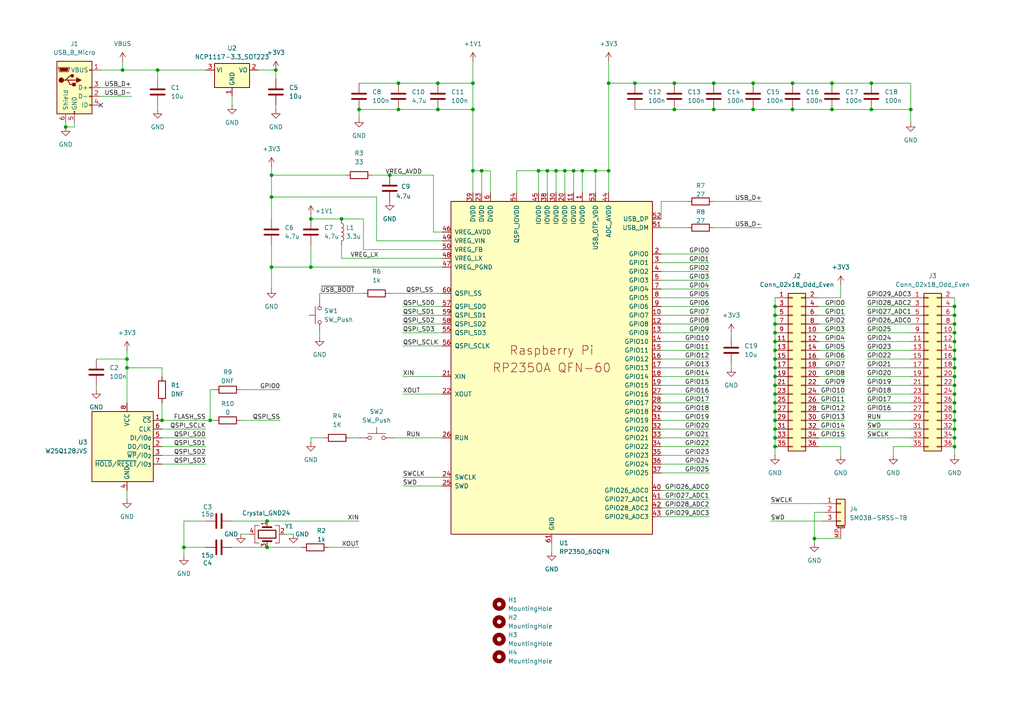
<source format=kicad_sch>
(kicad_sch (version 20250114) (generator "eeschema") (generator_version "9.0")
  (paper "A4")
  (lib_symbols
    (symbol "Connector:USB_B_Micro" (pin_names (offset 1.016))
      (property "Reference" "J" (at -5.08 11.43 0))
      (property "Value" "USB_B_Micro" (at -5.08 8.89 0))
      (symbol "USB_B_Micro_1_1"
        (pin passive line (at -2.54 -10.16 90) (length 2.54) (name "Shield") (number "6"))
        (pin power_out line (at 0 -10.16 90) (length 2.54) (name "GND") (number "5"))
        (pin power_out line (at 7.62 5.08 180) (length 2.54) (name "VBUS") (number "1"))
        (pin bidirectional line (at 7.62 0 180) (length 2.54) (name "D+") (number "3"))
        (pin bidirectional line (at 7.62 -2.54 180) (length 2.54) (name "D-") (number "2"))
        (pin passive line (at 7.62 -5.08 180) (length 2.54) (name "ID") (number "4"))
      )
    )
    (symbol "Connector_Generic:Conn_02x18_Odd_Even" (pin_names (offset 1.016) (hide yes))
      (property "Reference" "J" (at 1.27 22.86 0))
      (property "Value" "Conn_02x18_Odd_Even" (at 1.27 -25.4 0))
      (symbol "Conn_02x18_Odd_Even_1_1"
        (pin passive line (at -5.08 20.32 0) (length 3.81) (name "Pin_1") (number "1"))
        (pin passive line (at -5.08 17.78 0) (length 3.81) (name "Pin_3") (number "3"))
        (pin passive line (at -5.08 15.24 0) (length 3.81) (name "Pin_5") (number "5"))
        (pin passive line (at -5.08 12.7 0) (length 3.81) (name "Pin_7") (number "7"))
        (pin passive line (at -5.08 10.16 0) (length 3.81) (name "Pin_9") (number "9"))
        (pin passive line (at -5.08 7.62 0) (length 3.81) (name "Pin_11") (number "11"))
        (pin passive line (at -5.08 5.08 0) (length 3.81) (name "Pin_13") (number "13"))
        (pin passive line (at -5.08 2.54 0) (length 3.81) (name "Pin_15") (number "15"))
        (pin passive line (at -5.08 0 0) (length 3.81) (name "Pin_17") (number "17"))
        (pin passive line (at -5.08 -2.54 0) (length 3.81) (name "Pin_19") (number "19"))
        (pin passive line (at -5.08 -5.08 0) (length 3.81) (name "Pin_21") (number "21"))
        (pin passive line (at -5.08 -7.62 0) (length 3.81) (name "Pin_23") (number "23"))
        (pin passive line (at -5.08 -10.16 0) (length 3.81) (name "Pin_25") (number "25"))
        (pin passive line (at -5.08 -12.7 0) (length 3.81) (name "Pin_27") (number "27"))
        (pin passive line (at -5.08 -15.24 0) (length 3.81) (name "Pin_29") (number "29"))
        (pin passive line (at -5.08 -17.78 0) (length 3.81) (name "Pin_31") (number "31"))
        (pin passive line (at -5.08 -20.32 0) (length 3.81) (name "Pin_33") (number "33"))
        (pin passive line (at -5.08 -22.86 0) (length 3.81) (name "Pin_35") (number "35"))
        (pin passive line (at 7.62 20.32 180) (length 3.81) (name "Pin_2") (number "2"))
        (pin passive line (at 7.62 17.78 180) (length 3.81) (name "Pin_4") (number "4"))
        (pin passive line (at 7.62 15.24 180) (length 3.81) (name "Pin_6") (number "6"))
        (pin passive line (at 7.62 12.7 180) (length 3.81) (name "Pin_8") (number "8"))
        (pin passive line (at 7.62 10.16 180) (length 3.81) (name "Pin_10") (number "10"))
        (pin passive line (at 7.62 7.62 180) (length 3.81) (name "Pin_12") (number "12"))
        (pin passive line (at 7.62 5.08 180) (length 3.81) (name "Pin_14") (number "14"))
        (pin passive line (at 7.62 2.54 180) (length 3.81) (name "Pin_16") (number "16"))
        (pin passive line (at 7.62 0 180) (length 3.81) (name "Pin_18") (number "18"))
        (pin passive line (at 7.62 -2.54 180) (length 3.81) (name "Pin_20") (number "20"))
        (pin passive line (at 7.62 -5.08 180) (length 3.81) (name "Pin_22") (number "22"))
        (pin passive line (at 7.62 -7.62 180) (length 3.81) (name "Pin_24") (number "24"))
        (pin passive line (at 7.62 -10.16 180) (length 3.81) (name "Pin_26") (number "26"))
        (pin passive line (at 7.62 -12.7 180) (length 3.81) (name "Pin_28") (number "28"))
        (pin passive line (at 7.62 -15.24 180) (length 3.81) (name "Pin_30") (number "30"))
        (pin passive line (at 7.62 -17.78 180) (length 3.81) (name "Pin_32") (number "32"))
        (pin passive line (at 7.62 -20.32 180) (length 3.81) (name "Pin_34") (number "34"))
        (pin passive line (at 7.62 -22.86 180) (length 3.81) (name "Pin_36") (number "36"))
      )
    )
    (symbol "Device:C" (pin_numbers (hide yes)) (pin_names (offset 0.254))
      (property "Reference" "C" (at 0.635 2.54 0))
      (property "Value" "C" (at 0.635 -2.54 0))
      (symbol "C_1_1"
        (pin passive line (at 0 3.81 270) (length 2.794) (name "~") (number "1"))
        (pin passive line (at 0 -3.81 90) (length 2.794) (name "~") (number "2"))
      )
    )
    (symbol "Device:Crystal_GND24" (pin_names (offset 1.016) (hide yes))
      (property "Reference" "Y" (at 3.175 5.08 0))
      (property "Value" "Crystal_GND24" (at 3.175 3.175 0))
      (symbol "Crystal_GND24_1_1"
        (pin passive line (at -3.81 0 0) (length 1.27) (name "1") (number "1"))
        (pin passive line (at 0 5.08 270) (length 1.27) (name "2") (number "2"))
        (pin passive line (at 0 -5.08 90) (length 1.27) (name "4") (number "4"))
        (pin passive line (at 3.81 0 180) (length 1.27) (name "3") (number "3"))
      )
    )
    (symbol "Device:L" (pin_numbers (hide yes)) (pin_names (offset 1.016) (hide yes))
      (property "Reference" "L" (at -1.27 0 90))
      (property "Value" "L" (at 1.905 0 90))
      (symbol "L_1_1"
        (pin passive line (at 0 3.81 270) (length 1.27) (name "1") (number "1"))
        (pin passive line (at 0 -3.81 90) (length 1.27) (name "2") (number "2"))
      )
    )
    (symbol "Device:R" (pin_numbers (hide yes)) (pin_names (offset 0))
      (property "Reference" "R" (at 2.032 0 90))
      (property "Value" "R" (at 0 0 90))
      (symbol "R_1_1"
        (pin passive line (at 0 3.81 270) (length 1.27) (name "~") (number "1"))
        (pin passive line (at 0 -3.81 90) (length 1.27) (name "~") (number "2"))
      )
    )
    (symbol "JST Debug Connector:Conn_01x03_MountingPin" (pin_names (offset 1.016) (hide yes))
      (property "Reference" "J4" (at 2.54 1.27 0))
      (property "Value" "SM03B-SRSS-TB" (at 2.54 -1.27 0))
      (symbol "Conn_01x03_MountingPin_1_1"
        (text "Mounting" (at 0 -4.191 0) (effects (font (size 0.381 0.381))))
        (pin passive line (at -5.08 2.54 0) (length 3.81) (name "Pin_1") (number "1"))
        (pin passive line (at -5.08 0 0) (length 3.81) (name "Pin_2") (number "2"))
        (pin passive line (at -5.08 -2.54 0) (length 3.81) (name "Pin_3") (number "3"))
        (pin passive line (at 0 -7.62 90) (length 3.048) (name "MountPin") (number "MP"))
      )
    )
    (symbol "Mechanical:MountingHole" (pin_names (offset 1.016)) (in_bom no)
      (property "Reference" "H" (at 0 5.08 0))
      (property "Value" "MountingHole" (at 0 3.175 0))
    )
    (symbol "Memory_Flash:W25Q128JVS"
      (property "Reference" "U" (at -6.35 11.43 0))
      (property "Value" "W25Q128JVS" (at 7.62 11.43 0))
      (symbol "W25Q128JVS_1_1"
        (pin input line (at -10.16 7.62 0) (length 2.54) (name "~{CS}") (number "1"))
        (pin input line (at -10.16 5.08 0) (length 2.54) (name "CLK") (number "6"))
        (pin bidirectional line (at -10.16 2.54 0) (length 2.54) (name "DI/IO_{0}") (number "5"))
        (pin bidirectional line (at -10.16 0 0) (length 2.54) (name "DO/IO_{1}") (number "2"))
        (pin bidirectional line (at -10.16 -2.54 0) (length 2.54) (name "~{WP}/IO_{2}") (number "3"))
        (pin bidirectional line (at -10.16 -5.08 0) (length 2.54) (name "~{HOLD}/~{RESET}/IO_{3}") (number "7"))
        (pin power_in line (at 0 12.7 270) (length 2.54) (name "VCC") (number "8"))
        (pin power_in line (at 0 -12.7 90) (length 2.54) (name "GND") (number "4"))
      )
    )
    (symbol "RP2350_60QFN_minimal-cache:RP2350_60QFN" (pin_names (offset 1.016))
      (property "Reference" "U" (at -29.21 49.53 0))
      (property "Value" "RP2350_60QFN" (at 24.13 -49.53 0))
      (symbol "RP2350_60QFN_0_0"
        (text "Raspberry Pi" (at 0 5.08 0) (effects (font (size 2.54 2.54))))
      )
      (symbol "RP2350_60QFN_1_0"
        (text "RP2350A QFN-60" (at 0 0 0) (effects (font (size 2.54 2.54))))
      )
      (symbol "RP2350_60QFN_1_1"
        (pin power_in line (at -31.75 39.37 0) (length 2.54) (name "VREG_AVDD") (number "46"))
        (pin power_in line (at -31.75 36.83 0) (length 2.54) (name "VREG_VIN") (number "49"))
        (pin input line (at -31.75 34.29 0) (length 2.54) (name "VREG_FB") (number "50"))
        (pin power_out line (at -31.75 31.75 0) (length 2.54) (name "VREG_LX") (number "48"))
        (pin power_in line (at -31.75 29.21 0) (length 2.54) (name "VREG_PGND") (number "47"))
        (pin bidirectional line (at -31.75 21.59 0) (length 2.54) (name "QSPI_SS") (number "60"))
        (pin bidirectional line (at -31.75 17.78 0) (length 2.54) (name "QSPI_SD0") (number "57"))
        (pin bidirectional line (at -31.75 15.24 0) (length 2.54) (name "QSPI_SD1") (number "59"))
        (pin bidirectional line (at -31.75 12.7 0) (length 2.54) (name "QSPI_SD2") (number "58"))
        (pin bidirectional line (at -31.75 10.16 0) (length 2.54) (name "QSPI_SD3") (number "55"))
        (pin output line (at -31.75 6.35 0) (length 2.54) (name "QSPI_SCLK") (number "56"))
        (pin input line (at -31.75 -2.54 0) (length 2.54) (name "XIN") (number "21"))
        (pin passive line (at -31.75 -7.62 0) (length 2.54) (name "XOUT") (number "22"))
        (pin input line (at -31.75 -20.32 0) (length 2.54) (name "RUN") (number "26"))
        (pin output line (at -31.75 -31.75 0) (length 2.54) (name "SWCLK") (number "24"))
        (pin bidirectional line (at -31.75 -34.29 0) (length 2.54) (name "SWD") (number "25"))
        (pin power_in line (at -22.86 50.8 270) (length 2.54) (name "DVDD") (number "39"))
        (pin power_in line (at -20.32 50.8 270) (length 2.54) (name "DVDD") (number "23"))
        (pin power_in line (at -17.78 50.8 270) (length 2.54) (name "DVDD") (number "6"))
        (pin power_in line (at -10.16 50.8 270) (length 2.54) (name "QSPI_IOVDD") (number "54"))
        (pin power_in line (at -3.81 50.8 270) (length 2.54) (name "IOVDD") (number "45"))
        (pin power_in line (at -1.27 50.8 270) (length 2.54) (name "IOVDD") (number "38"))
        (pin power_in line (at 0 -50.8 90) (length 2.54) (name "GND") (number "61"))
        (pin power_in line (at 1.27 50.8 270) (length 2.54) (name "IOVDD") (number "30"))
        (pin power_in line (at 3.81 50.8 270) (length 2.54) (name "IOVDD") (number "20"))
        (pin power_in line (at 6.35 50.8 270) (length 2.54) (name "IOVDD") (number "11"))
        (pin power_in line (at 8.89 50.8 270) (length 2.54) (name "IOVDD") (number "1"))
        (pin power_in line (at 12.7 50.8 270) (length 2.54) (name "USB_OTP_VDD") (number "53"))
        (pin power_in line (at 16.51 50.8 270) (length 2.54) (name "ADC_AVDD") (number "44"))
        (pin bidirectional line (at 31.75 43.18 180) (length 2.54) (name "USB_DP") (number "52"))
        (pin bidirectional line (at 31.75 40.64 180) (length 2.54) (name "USB_DM") (number "51"))
        (pin bidirectional line (at 31.75 33.02 180) (length 2.54) (name "GPIO0") (number "2"))
        (pin bidirectional line (at 31.75 30.48 180) (length 2.54) (name "GPIO1") (number "3"))
        (pin bidirectional line (at 31.75 27.94 180) (length 2.54) (name "GPIO2") (number "4"))
        (pin bidirectional line (at 31.75 25.4 180) (length 2.54) (name "GPIO3") (number "5"))
        (pin bidirectional line (at 31.75 22.86 180) (length 2.54) (name "GPIO4") (number "7"))
        (pin bidirectional line (at 31.75 20.32 180) (length 2.54) (name "GPIO5") (number "8"))
        (pin bidirectional line (at 31.75 17.78 180) (length 2.54) (name "GPIO6") (number "9"))
        (pin bidirectional line (at 31.75 15.24 180) (length 2.54) (name "GPIO7") (number "10"))
        (pin bidirectional line (at 31.75 12.7 180) (length 2.54) (name "GPIO8") (number "12"))
        (pin bidirectional line (at 31.75 10.16 180) (length 2.54) (name "GPIO9") (number "13"))
        (pin bidirectional line (at 31.75 7.62 180) (length 2.54) (name "GPIO10") (number "14"))
        (pin bidirectional line (at 31.75 5.08 180) (length 2.54) (name "GPIO11") (number "15"))
        (pin bidirectional line (at 31.75 2.54 180) (length 2.54) (name "GPIO12") (number "16"))
        (pin bidirectional line (at 31.75 0 180) (length 2.54) (name "GPIO13") (number "17"))
        (pin bidirectional line (at 31.75 -2.54 180) (length 2.54) (name "GPIO14") (number "18"))
        (pin bidirectional line (at 31.75 -5.08 180) (length 2.54) (name "GPIO15") (number "19"))
        (pin bidirectional line (at 31.75 -7.62 180) (length 2.54) (name "GPIO16") (number "27"))
        (pin bidirectional line (at 31.75 -10.16 180) (length 2.54) (name "GPIO17") (number "28"))
        (pin bidirectional line (at 31.75 -12.7 180) (length 2.54) (name "GPIO18") (number "29"))
        (pin bidirectional line (at 31.75 -15.24 180) (length 2.54) (name "GPIO19") (number "31"))
        (pin bidirectional line (at 31.75 -17.78 180) (length 2.54) (name "GPIO20") (number "32"))
        (pin bidirectional line (at 31.75 -20.32 180) (length 2.54) (name "GPIO21") (number "33"))
        (pin bidirectional line (at 31.75 -22.86 180) (length 2.54) (name "GPIO22") (number "34"))
        (pin bidirectional line (at 31.75 -25.4 180) (length 2.54) (name "GPIO23") (number "35"))
        (pin bidirectional line (at 31.75 -27.94 180) (length 2.54) (name "GPIO24") (number "36"))
        (pin bidirectional line (at 31.75 -30.48 180) (length 2.54) (name "GPIO25") (number "37"))
        (pin bidirectional line (at 31.75 -35.56 180) (length 2.54) (name "GPIO26_ADC0") (number "40"))
        (pin bidirectional line (at 31.75 -38.1 180) (length 2.54) (name "GPIO27_ADC1") (number "41"))
        (pin bidirectional line (at 31.75 -40.64 180) (length 2.54) (name "GPIO28_ADC2") (number "42"))
        (pin bidirectional line (at 31.75 -43.18 180) (length 2.54) (name "GPIO29_ADC3") (number "43"))
      )
    )
    (symbol "Regulator_Linear:NCP1117-3.3_SOT223"
      (property "Reference" "U" (at -3.81 3.175 0))
      (property "Value" "NCP1117-3.3_SOT223" (at 0 3.175 0))
      (symbol "NCP1117-3.3_SOT223_1_1"
        (pin power_in line (at -7.62 0 0) (length 2.54) (name "VI") (number "3"))
        (pin power_in line (at 0 -7.62 90) (length 2.54) (name "GND") (number "1"))
        (pin power_out line (at 7.62 0 180) (length 2.54) (name "VO") (number "2"))
      )
    )
    (symbol "Switch:SW_Push" (pin_numbers (hide yes)) (pin_names (offset 1.016) (hide yes))
      (property "Reference" "SW" (at 1.27 2.54 0))
      (property "Value" "SW_Push" (at 0 -1.524 0))
      (symbol "SW_Push_0_1"
        (pin passive line (at -5.08 0 0) (length 2.54) (name "1") (number "1"))
        (pin passive line (at 5.08 0 180) (length 2.54) (name "2") (number "2"))
      )
    )
    (symbol "power:+1V1" (power) (pin_numbers (hide yes)) (pin_names (offset 0) (hide yes))
      (property "Value" "+1V1" (at 0 3.556 0))
      (symbol "+1V1_1_1"
        (pin power_in line (at 0 0 90) (length 0) (name "~") (number "1"))
      )
    )
    (symbol "power:+3V3" (power) (pin_numbers (hide yes)) (pin_names (offset 0) (hide yes))
      (property "Value" "+3V3" (at 0 3.556 0))
      (symbol "+3V3_1_1"
        (pin power_in line (at 0 0 90) (length 0) (name "~") (number "1"))
      )
    )
    (symbol "power:GND" (power) (pin_numbers (hide yes)) (pin_names (offset 0) (hide yes))
      (property "Value" "GND" (at 0 -3.81 0))
      (symbol "GND_1_1"
        (pin power_in line (at 0 0 270) (length 0) (name "~") (number "1"))
      )
    )
    (symbol "power:VBUS" (power) (pin_numbers (hide yes)) (pin_names (offset 0) (hide yes))
      (property "Value" "VBUS" (at 0 3.556 0))
      (symbol "VBUS_1_1"
        (pin power_in line (at 0 0 90) (length 0) (name "~") (number "1"))
      )
    )
  )
  (junction (at 195.58 24.13))
  (junction (at 46.99 121.92))
  (junction (at 104.14 31.75))
  (junction (at 276.86 127))
  (junction (at 158.75 49.53))
  (junction (at 224.79 91.44))
  (junction (at 166.37 49.53))
  (junction (at 195.58 31.75))
  (junction (at 224.79 111.76))
  (junction (at 176.53 49.53))
  (junction (at 236.22 156.21))
  (junction (at 184.15 24.13))
  (junction (at 168.91 49.53))
  (junction (at 137.16 24.13))
  (junction (at 115.57 31.75))
  (junction (at 45.72 20.32))
  (junction (at 276.86 119.38))
  (junction (at 276.86 96.52))
  (junction (at 207.01 24.13))
  (junction (at 156.21 49.53))
  (junction (at 276.86 111.76))
  (junction (at 115.57 24.13))
  (junction (at 207.01 31.75))
  (junction (at 218.44 24.13))
  (junction (at 276.86 109.22))
  (junction (at 276.86 114.3))
  (junction (at 224.79 104.14))
  (junction (at 276.86 121.92))
  (junction (at 77.47 158.75))
  (junction (at 276.86 116.84))
  (junction (at 218.44 31.75))
  (junction (at 229.87 31.75))
  (junction (at 276.86 104.14))
  (junction (at 264.16 31.75))
  (junction (at 113.03 50.8))
  (junction (at 224.79 124.46))
  (junction (at 127 24.13))
  (junction (at 224.79 114.3))
  (junction (at 276.86 93.98))
  (junction (at 78.74 50.8))
  (junction (at 241.3 24.13))
  (junction (at 77.47 151.13))
  (junction (at 224.79 101.6))
  (junction (at 224.79 129.54))
  (junction (at 252.73 24.13))
  (junction (at 224.79 96.52))
  (junction (at 224.79 127))
  (junction (at 252.73 31.75))
  (junction (at 224.79 88.9))
  (junction (at 276.86 129.54))
  (junction (at 276.86 124.46))
  (junction (at 276.86 91.44))
  (junction (at 90.17 63.5))
  (junction (at 229.87 24.13))
  (junction (at 99.06 63.5))
  (junction (at 224.79 106.68))
  (junction (at 36.83 106.68))
  (junction (at 137.16 49.53))
  (junction (at 80.01 20.32))
  (junction (at 36.83 104.14))
  (junction (at 163.83 49.53))
  (junction (at 276.86 101.6))
  (junction (at 224.79 121.92))
  (junction (at 176.53 24.13))
  (junction (at 137.16 31.75))
  (junction (at 90.17 77.47))
  (junction (at 78.74 77.47))
  (junction (at 60.96 121.92))
  (junction (at 276.86 88.9))
  (junction (at 276.86 106.68))
  (junction (at 78.74 57.15))
  (junction (at 224.79 119.38))
  (junction (at 35.56 20.32))
  (junction (at 224.79 109.22))
  (junction (at 19.05 36.83))
  (junction (at 224.79 99.06))
  (junction (at 276.86 99.06))
  (junction (at 172.72 49.53))
  (junction (at 139.7 49.53))
  (junction (at 241.3 31.75))
  (junction (at 127 31.75))
  (junction (at 224.79 116.84))
  (junction (at 53.34 158.75))
  (junction (at 161.29 49.53))
  (junction (at 224.79 93.98))
  (no_connect (at 29.21 30.48))
  (wire (pts (xy 237.49 124.46) (xy 245.11 124.46)))
  (wire (pts (xy 207.01 66.04) (xy 220.98 66.04)))
  (wire (pts (xy 191.77 88.9) (xy 205.74 88.9)))
  (wire (pts (xy 212.09 96.52) (xy 212.09 97.79)))
  (wire (pts (xy 251.46 124.46) (xy 264.16 124.46)))
  (wire (pts (xy 195.58 31.75) (xy 207.01 31.75)))
  (wire (pts (xy 251.46 88.9) (xy 264.16 88.9)))
  (wire (pts (xy 191.77 106.68) (xy 205.74 106.68)))
  (wire (pts (xy 69.85 113.03) (xy 81.28 113.03)))
  (wire (pts (xy 237.49 121.92) (xy 245.11 121.92)))
  (wire (pts (xy 251.46 109.22) (xy 264.16 109.22)))
  (wire (pts (xy 224.79 114.3) (xy 224.79 111.76)))
  (wire (pts (xy 137.16 49.53) (xy 137.16 55.88)))
  (wire (pts (xy 195.58 24.13) (xy 207.01 24.13)))
  (wire (pts (xy 276.86 129.54) (xy 276.86 132.08)))
  (wire (pts (xy 191.77 78.74) (xy 205.74 78.74)))
  (wire (pts (xy 67.31 27.94) (xy 67.31 30.48)))
  (wire (pts (xy 161.29 49.53) (xy 163.83 49.53)))
  (wire (pts (xy 60.96 113.03) (xy 62.23 113.03)))
  (wire (pts (xy 276.86 124.46) (xy 276.86 127)))
  (wire (pts (xy 90.17 63.5) (xy 99.06 63.5)))
  (wire (pts (xy 172.72 49.53) (xy 172.72 55.88)))
  (wire (pts (xy 114.3 127) (xy 128.27 127)))
  (wire (pts (xy 78.74 83.82) (xy 78.74 77.47)))
  (wire (pts (xy 67.31 158.75) (xy 77.47 158.75)))
  (wire (pts (xy 252.73 24.13) (xy 264.16 24.13)))
  (wire (pts (xy 241.3 31.75) (xy 252.73 31.75)))
  (wire (pts (xy 46.99 121.92) (xy 60.96 121.92)))
  (wire (pts (xy 90.17 77.47) (xy 128.27 77.47)))
  (wire (pts (xy 224.79 124.46) (xy 224.79 121.92)))
  (wire (pts (xy 251.46 114.3) (xy 264.16 114.3)))
  (wire (pts (xy 224.79 86.36) (xy 224.79 88.9)))
  (wire (pts (xy 264.16 24.13) (xy 264.16 31.75)))
  (wire (pts (xy 237.49 129.54) (xy 243.84 129.54)))
  (wire (pts (xy 78.74 77.47) (xy 90.17 77.47)))
  (wire (pts (xy 116.84 96.52) (xy 128.27 96.52)))
  (wire (pts (xy 80.01 20.32) (xy 80.01 22.86)))
  (wire (pts (xy 168.91 49.53) (xy 172.72 49.53)))
  (wire (pts (xy 207.01 58.42) (xy 220.98 58.42)))
  (wire (pts (xy 251.46 106.68) (xy 264.16 106.68)))
  (wire (pts (xy 237.49 109.22) (xy 245.11 109.22)))
  (wire (pts (xy 46.99 116.84) (xy 46.99 121.92)))
  (wire (pts (xy 276.86 88.9) (xy 276.86 91.44)))
  (wire (pts (xy 116.84 140.97) (xy 128.27 140.97)))
  (wire (pts (xy 78.74 71.12) (xy 78.74 77.47)))
  (wire (pts (xy 113.03 85.09) (xy 128.27 85.09)))
  (wire (pts (xy 251.46 101.6) (xy 264.16 101.6)))
  (wire (pts (xy 176.53 49.53) (xy 176.53 55.88)))
  (wire (pts (xy 191.77 58.42) (xy 199.39 58.42)))
  (wire (pts (xy 224.79 116.84) (xy 224.79 114.3)))
  (wire (pts (xy 116.84 91.44) (xy 128.27 91.44)))
  (wire (pts (xy 29.21 20.32) (xy 35.56 20.32)))
  (wire (pts (xy 237.49 104.14) (xy 245.11 104.14)))
  (wire (pts (xy 264.16 31.75) (xy 264.16 35.56)))
  (wire (pts (xy 207.01 31.75) (xy 218.44 31.75)))
  (wire (pts (xy 45.72 30.48) (xy 45.72 31.75)))
  (wire (pts (xy 115.57 31.75) (xy 127 31.75)))
  (wire (pts (xy 191.77 119.38) (xy 205.74 119.38)))
  (wire (pts (xy 237.49 93.98) (xy 245.11 93.98)))
  (wire (pts (xy 191.77 66.04) (xy 199.39 66.04)))
  (wire (pts (xy 229.87 24.13) (xy 241.3 24.13)))
  (wire (pts (xy 21.59 35.56) (xy 21.59 36.83)))
  (wire (pts (xy 191.77 96.52) (xy 205.74 96.52)))
  (wire (pts (xy 276.86 116.84) (xy 276.86 119.38)))
  (wire (pts (xy 251.46 93.98) (xy 264.16 93.98)))
  (wire (pts (xy 60.96 121.92) (xy 62.23 121.92)))
  (wire (pts (xy 139.7 55.88) (xy 139.7 49.53)))
  (wire (pts (xy 80.01 30.48) (xy 80.01 31.75)))
  (wire (pts (xy 36.83 142.24) (xy 36.83 144.78)))
  (wire (pts (xy 184.15 24.13) (xy 195.58 24.13)))
  (wire (pts (xy 27.94 111.76) (xy 27.94 113.03)))
  (wire (pts (xy 19.05 35.56) (xy 19.05 36.83)))
  (wire (pts (xy 90.17 127) (xy 90.17 128.27)))
  (wire (pts (xy 46.99 132.08) (xy 59.69 132.08)))
  (wire (pts (xy 156.21 49.53) (xy 156.21 55.88)))
  (wire (pts (xy 191.77 83.82) (xy 205.74 83.82)))
  (wire (pts (xy 237.49 86.36) (xy 243.84 86.36)))
  (wire (pts (xy 251.46 121.92) (xy 264.16 121.92)))
  (wire (pts (xy 109.22 69.85) (xy 109.22 57.15)))
  (wire (pts (xy 224.79 99.06) (xy 224.79 96.52)))
  (wire (pts (xy 237.49 116.84) (xy 245.11 116.84)))
  (wire (pts (xy 163.83 49.53) (xy 166.37 49.53)))
  (wire (pts (xy 243.84 86.36) (xy 243.84 82.55)))
  (wire (pts (xy 128.27 72.39) (xy 105.41 72.39)))
  (wire (pts (xy 243.84 129.54) (xy 243.84 132.08)))
  (wire (pts (xy 224.79 109.22) (xy 224.79 106.68)))
  (wire (pts (xy 128.27 74.93) (xy 99.06 74.93)))
  (wire (pts (xy 191.77 147.32) (xy 205.74 147.32)))
  (wire (pts (xy 90.17 71.12) (xy 90.17 77.47)))
  (wire (pts (xy 45.72 20.32) (xy 45.72 22.86)))
  (wire (pts (xy 191.77 99.06) (xy 205.74 99.06)))
  (wire (pts (xy 60.96 113.03) (xy 60.96 121.92)))
  (wire (pts (xy 259.08 129.54) (xy 259.08 132.08)))
  (wire (pts (xy 212.09 105.41) (xy 212.09 106.68)))
  (wire (pts (xy 236.22 148.59) (xy 236.22 156.21)))
  (wire (pts (xy 78.74 57.15) (xy 109.22 57.15)))
  (wire (pts (xy 137.16 31.75) (xy 137.16 49.53)))
  (wire (pts (xy 69.85 154.94) (xy 72.39 154.94)))
  (wire (pts (xy 82.55 154.94) (xy 85.09 154.94)))
  (wire (pts (xy 276.86 99.06) (xy 276.86 101.6)))
  (wire (pts (xy 166.37 49.53) (xy 166.37 55.88)))
  (wire (pts (xy 191.77 137.16) (xy 205.74 137.16)))
  (wire (pts (xy 156.21 49.53) (xy 158.75 49.53)))
  (wire (pts (xy 107.95 50.8) (xy 113.03 50.8)))
  (wire (pts (xy 236.22 156.21) (xy 236.22 157.48)))
  (wire (pts (xy 46.99 127) (xy 59.69 127)))
  (wire (pts (xy 191.77 73.66) (xy 205.74 73.66)))
  (wire (pts (xy 78.74 50.8) (xy 100.33 50.8)))
  (wire (pts (xy 237.49 96.52) (xy 245.11 96.52)))
  (wire (pts (xy 191.77 104.14) (xy 205.74 104.14)))
  (wire (pts (xy 184.15 31.75) (xy 195.58 31.75)))
  (wire (pts (xy 101.6 127) (xy 104.14 127)))
  (wire (pts (xy 191.77 114.3) (xy 205.74 114.3)))
  (wire (pts (xy 168.91 49.53) (xy 168.91 55.88)))
  (wire (pts (xy 116.84 138.43) (xy 128.27 138.43)))
  (wire (pts (xy 45.72 20.32) (xy 59.69 20.32)))
  (wire (pts (xy 237.49 101.6) (xy 245.11 101.6)))
  (wire (pts (xy 224.79 121.92) (xy 224.79 119.38)))
  (wire (pts (xy 128.27 67.31) (xy 125.73 67.31)))
  (wire (pts (xy 127 24.13) (xy 137.16 24.13)))
  (wire (pts (xy 29.21 27.94) (xy 38.1 27.94)))
  (wire (pts (xy 224.79 111.76) (xy 224.79 109.22)))
  (wire (pts (xy 237.49 114.3) (xy 245.11 114.3)))
  (wire (pts (xy 191.77 127) (xy 205.74 127)))
  (wire (pts (xy 224.79 104.14) (xy 224.79 101.6)))
  (wire (pts (xy 104.14 31.75) (xy 115.57 31.75)))
  (wire (pts (xy 191.77 76.2) (xy 205.74 76.2)))
  (wire (pts (xy 191.77 111.76) (xy 205.74 111.76)))
  (wire (pts (xy 237.49 106.68) (xy 245.11 106.68)))
  (wire (pts (xy 116.84 114.3) (xy 128.27 114.3)))
  (wire (pts (xy 237.49 91.44) (xy 245.11 91.44)))
  (wire (pts (xy 223.52 146.05) (xy 238.76 146.05)))
  (wire (pts (xy 142.24 55.88) (xy 142.24 49.53)))
  (wire (pts (xy 104.14 24.13) (xy 115.57 24.13)))
  (wire (pts (xy 59.69 151.13) (xy 53.34 151.13)))
  (wire (pts (xy 137.16 24.13) (xy 137.16 31.75)))
  (wire (pts (xy 78.74 50.8) (xy 78.74 57.15)))
  (wire (pts (xy 224.79 127) (xy 224.79 124.46)))
  (wire (pts (xy 251.46 99.06) (xy 264.16 99.06)))
  (wire (pts (xy 252.73 31.75) (xy 264.16 31.75)))
  (wire (pts (xy 276.86 96.52) (xy 276.86 99.06)))
  (wire (pts (xy 166.37 49.53) (xy 168.91 49.53)))
  (wire (pts (xy 191.77 144.78) (xy 205.74 144.78)))
  (wire (pts (xy 224.79 132.08) (xy 224.79 129.54)))
  (wire (pts (xy 264.16 129.54) (xy 259.08 129.54)))
  (wire (pts (xy 218.44 24.13) (xy 229.87 24.13)))
  (wire (pts (xy 251.46 96.52) (xy 264.16 96.52)))
  (wire (pts (xy 176.53 24.13) (xy 184.15 24.13)))
  (wire (pts (xy 191.77 93.98) (xy 205.74 93.98)))
  (wire (pts (xy 224.79 96.52) (xy 224.79 93.98)))
  (wire (pts (xy 191.77 149.86) (xy 205.74 149.86)))
  (wire (pts (xy 276.86 119.38) (xy 276.86 121.92)))
  (wire (pts (xy 237.49 88.9) (xy 245.11 88.9)))
  (wire (pts (xy 176.53 17.78) (xy 176.53 24.13)))
  (wire (pts (xy 218.44 31.75) (xy 229.87 31.75)))
  (wire (pts (xy 251.46 91.44) (xy 264.16 91.44)))
  (wire (pts (xy 276.86 106.68) (xy 276.86 109.22)))
  (wire (pts (xy 176.53 24.13) (xy 176.53 49.53)))
  (wire (pts (xy 224.79 93.98) (xy 224.79 91.44)))
  (wire (pts (xy 78.74 57.15) (xy 78.74 63.5)))
  (wire (pts (xy 163.83 49.53) (xy 163.83 55.88)))
  (wire (pts (xy 46.99 134.62) (xy 59.69 134.62)))
  (wire (pts (xy 191.77 129.54) (xy 205.74 129.54)))
  (wire (pts (xy 29.21 25.4) (xy 38.1 25.4)))
  (wire (pts (xy 223.52 151.13) (xy 238.76 151.13)))
  (wire (pts (xy 229.87 31.75) (xy 241.3 31.75)))
  (wire (pts (xy 276.86 109.22) (xy 276.86 111.76)))
  (wire (pts (xy 224.79 106.68) (xy 224.79 104.14)))
  (wire (pts (xy 158.75 49.53) (xy 161.29 49.53)))
  (wire (pts (xy 105.41 72.39) (xy 105.41 63.5)))
  (wire (pts (xy 142.24 49.53) (xy 139.7 49.53)))
  (wire (pts (xy 251.46 111.76) (xy 264.16 111.76)))
  (wire (pts (xy 191.77 109.22) (xy 205.74 109.22)))
  (wire (pts (xy 160.02 157.48) (xy 160.02 160.02)))
  (wire (pts (xy 46.99 106.68) (xy 46.99 109.22)))
  (wire (pts (xy 191.77 116.84) (xy 205.74 116.84)))
  (wire (pts (xy 67.31 151.13) (xy 77.47 151.13)))
  (wire (pts (xy 237.49 127) (xy 245.11 127)))
  (wire (pts (xy 191.77 91.44) (xy 205.74 91.44)))
  (wire (pts (xy 191.77 134.62) (xy 205.74 134.62)))
  (wire (pts (xy 149.86 49.53) (xy 156.21 49.53)))
  (wire (pts (xy 276.86 93.98) (xy 276.86 96.52)))
  (wire (pts (xy 191.77 132.08) (xy 205.74 132.08)))
  (wire (pts (xy 149.86 55.88) (xy 149.86 49.53)))
  (wire (pts (xy 238.76 148.59) (xy 236.22 148.59)))
  (wire (pts (xy 93.98 127) (xy 90.17 127)))
  (wire (pts (xy 36.83 106.68) (xy 36.83 104.14)))
  (wire (pts (xy 276.86 101.6) (xy 276.86 104.14)))
  (wire (pts (xy 251.46 116.84) (xy 264.16 116.84)))
  (wire (pts (xy 207.01 24.13) (xy 218.44 24.13)))
  (wire (pts (xy 27.94 104.14) (xy 36.83 104.14)))
  (wire (pts (xy 237.49 119.38) (xy 245.11 119.38)))
  (wire (pts (xy 161.29 49.53) (xy 161.29 55.88)))
  (wire (pts (xy 116.84 109.22) (xy 128.27 109.22)))
  (wire (pts (xy 158.75 49.53) (xy 158.75 55.88)))
  (wire (pts (xy 36.83 106.68) (xy 36.83 116.84)))
  (wire (pts (xy 276.86 114.3) (xy 276.86 116.84)))
  (wire (pts (xy 276.86 127) (xy 276.86 129.54)))
  (wire (pts (xy 21.59 36.83) (xy 19.05 36.83)))
  (wire (pts (xy 224.79 119.38) (xy 224.79 116.84)))
  (wire (pts (xy 36.83 101.6) (xy 36.83 104.14)))
  (wire (pts (xy 276.86 91.44) (xy 276.86 93.98)))
  (wire (pts (xy 243.84 156.21) (xy 236.22 156.21)))
  (wire (pts (xy 191.77 63.5) (xy 191.77 58.42)))
  (wire (pts (xy 191.77 86.36) (xy 205.74 86.36)))
  (wire (pts (xy 53.34 158.75) (xy 53.34 161.29)))
  (wire (pts (xy 128.27 69.85) (xy 109.22 69.85)))
  (wire (pts (xy 191.77 124.46) (xy 205.74 124.46)))
  (wire (pts (xy 224.79 91.44) (xy 224.79 88.9)))
  (wire (pts (xy 78.74 48.26) (xy 78.74 50.8)))
  (wire (pts (xy 95.25 158.75) (xy 104.14 158.75)))
  (wire (pts (xy 127 31.75) (xy 137.16 31.75)))
  (wire (pts (xy 36.83 106.68) (xy 46.99 106.68)))
  (wire (pts (xy 125.73 50.8) (xy 113.03 50.8)))
  (wire (pts (xy 115.57 24.13) (xy 127 24.13)))
  (wire (pts (xy 116.84 100.33) (xy 128.27 100.33)))
  (wire (pts (xy 237.49 111.76) (xy 245.11 111.76)))
  (wire (pts (xy 77.47 151.13) (xy 104.14 151.13)))
  (wire (pts (xy 191.77 81.28) (xy 205.74 81.28)))
  (wire (pts (xy 251.46 104.14) (xy 264.16 104.14)))
  (wire (pts (xy 191.77 142.24) (xy 205.74 142.24)))
  (wire (pts (xy 116.84 88.9) (xy 128.27 88.9)))
  (wire (pts (xy 92.71 85.09) (xy 105.41 85.09)))
  (wire (pts (xy 276.86 111.76) (xy 276.86 114.3)))
  (wire (pts (xy 104.14 31.75) (xy 104.14 34.29)))
  (wire (pts (xy 53.34 151.13) (xy 53.34 158.75)))
  (wire (pts (xy 105.41 63.5) (xy 99.06 63.5)))
  (wire (pts (xy 35.56 17.78) (xy 35.56 20.32)))
  (wire (pts (xy 251.46 86.36) (xy 264.16 86.36)))
  (wire (pts (xy 46.99 124.46) (xy 59.69 124.46)))
  (wire (pts (xy 251.46 127) (xy 264.16 127)))
  (wire (pts (xy 276.86 104.14) (xy 276.86 106.68)))
  (wire (pts (xy 92.71 96.52) (xy 92.71 97.79)))
  (wire (pts (xy 125.73 67.31) (xy 125.73 50.8)))
  (wire (pts (xy 224.79 101.6) (xy 224.79 99.06)))
  (wire (pts (xy 46.99 129.54) (xy 59.69 129.54)))
  (wire (pts (xy 69.85 121.92) (xy 81.28 121.92)))
  (wire (pts (xy 92.71 86.36) (xy 92.71 85.09)))
  (wire (pts (xy 137.16 17.78) (xy 137.16 24.13)))
  (wire (pts (xy 99.06 74.93) (xy 99.06 71.12)))
  (wire (pts (xy 241.3 24.13) (xy 252.73 24.13)))
  (wire (pts (xy 251.46 119.38) (xy 264.16 119.38)))
  (wire (pts (xy 87.63 158.75) (xy 77.47 158.75)))
  (wire (pts (xy 237.49 99.06) (xy 245.11 99.06)))
  (wire (pts (xy 191.77 101.6) (xy 205.74 101.6)))
  (wire (pts (xy 191.77 121.92) (xy 205.74 121.92)))
  (wire (pts (xy 276.86 86.36) (xy 276.86 88.9)))
  (wire (pts (xy 90.17 62.23) (xy 90.17 63.5)))
  (wire (pts (xy 59.69 158.75) (xy 53.34 158.75)))
  (wire (pts (xy 74.93 20.32) (xy 80.01 20.32)))
  (wire (pts (xy 172.72 49.53) (xy 176.53 49.53)))
  (wire (pts (xy 116.84 93.98) (xy 128.27 93.98)))
  (wire (pts (xy 276.86 121.92) (xy 276.86 124.46)))
  (wire (pts (xy 35.56 20.32) (xy 45.72 20.32)))
  (wire (pts (xy 139.7 49.53) (xy 137.16 49.53)))
  (wire (pts (xy 224.79 129.54) (xy 224.79 127)))
  (label "GPIO15" (at 205.74 111.76 180))
  (label "GPIO20" (at 205.74 124.46 180))
  (label "GPIO13" (at 245.11 121.92 180))
  (label "RUN" (at 251.46 121.92 0))
  (label "GPIO21" (at 251.46 106.68 0))
  (label "GPIO28_ADC2" (at 205.74 147.32 180))
  (label "USB_D-" (at 38.1 27.94 180))
  (label "GPIO8" (at 205.74 93.98 180))
  (label "QSPI_SD3" (at 116.84 96.52 0))
  (label "GPIO19" (at 251.46 111.76 0))
  (label "GPIO20" (at 251.46 109.22 0))
  (label "SWCLK" (at 223.52 146.05 0))
  (label "GPIO9" (at 205.74 96.52 180))
  (label "SWCLK" (at 116.84 138.43 0))
  (label "QSPI_SD1" (at 59.69 129.54 180))
  (label "XIN" (at 104.14 151.13 180))
  (label "QSPI_SD0" (at 59.69 127 180))
  (label "GPIO22" (at 251.46 104.14 0))
  (label "GPIO8" (at 245.11 109.22 180))
  (label "SWD" (at 251.46 124.46 0))
  (label "QSPI_SD3" (at 59.69 134.62 180))
  (label "GPIO24" (at 205.74 134.62 180))
  (label "GPIO7" (at 245.11 106.68 180))
  (label "RUN" (at 121.92 127 180))
  (label "XOUT" (at 116.84 114.3 0))
  (label "QSPI_SS" (at 81.28 121.92 180))
  (label "GPIO1" (at 205.74 76.2 180))
  (label "GPIO23" (at 251.46 101.6 0))
  (label "GPIO29_ADC3" (at 251.46 86.36 0))
  (label "SWD" (at 116.84 140.97 0))
  (label "GPIO14" (at 245.11 124.46 180))
  (label "GPIO12" (at 205.74 104.14 180))
  (label "GPIO2" (at 205.74 78.74 180))
  (label "GPIO12" (at 245.11 119.38 180))
  (label "XOUT" (at 104.14 158.75 180))
  (label "GPIO11" (at 205.74 101.6 180))
  (label "GPIO18" (at 251.46 114.3 0))
  (label "QSPI_SD2" (at 116.84 93.98 0))
  (label "GPIO16" (at 251.46 119.38 0))
  (label "GPIO6" (at 205.74 88.9 180))
  (label "USB_D+" (at 38.1 25.4 180))
  (label "~{USB_BOOT}" (at 102.87 85.09 180))
  (label "GPIO3" (at 245.11 96.52 180))
  (label "GPIO25" (at 251.46 96.52 0))
  (label "GPIO27_ADC1" (at 205.74 144.78 180))
  (label "GPIO1" (at 245.11 91.44 180))
  (label "GPIO21" (at 205.74 127 180))
  (label "GPIO10" (at 245.11 114.3 180))
  (label "GPIO27_ADC1" (at 251.46 91.44 0))
  (label "GPIO23" (at 205.74 132.08 180))
  (label "GPIO10" (at 205.74 99.06 180))
  (label "GPIO18" (at 205.74 119.38 180))
  (label "GPIO13" (at 205.74 106.68 180))
  (label "GPIO14" (at 205.74 109.22 180))
  (label "GPIO0" (at 81.28 113.03 180))
  (label "GPIO17" (at 251.46 116.84 0))
  (label "QSPI_SS" (at 125.73 85.09 180))
  (label "QSPI_SD0" (at 116.84 88.9 0))
  (label "GPIO5" (at 245.11 101.6 180))
  (label "GPIO4" (at 205.74 83.82 180))
  (label "SWCLK" (at 251.46 127 0))
  (label "GPIO4" (at 245.11 99.06 180))
  (label "SWD" (at 223.52 151.13 0))
  (label "GPIO9" (at 245.11 111.76 180))
  (label "GPIO19" (at 205.74 121.92 180))
  (label "GPIO24" (at 251.46 99.06 0))
  (label "GPIO26_ADC0" (at 205.74 142.24 180))
  (label "GPIO15" (at 245.11 127 180))
  (label "USB_D-" (at 220.98 66.04 180))
  (label "VREG_LX" (at 101.6 74.93 0))
  (label "GPIO7" (at 205.74 91.44 180))
  (label "VREG_AVDD" (at 111.76 50.8 0))
  (label "GPIO11" (at 245.11 116.84 180))
  (label "USB_D+" (at 220.98 58.42 180))
  (label "GPIO6" (at 245.11 104.14 180))
  (label "GPIO28_ADC2" (at 251.46 88.9 0))
  (label "GPIO17" (at 205.74 116.84 180))
  (label "GPIO0" (at 245.11 88.9 180))
  (label "GPIO22" (at 205.74 129.54 180))
  (label "GPIO3" (at 205.74 81.28 180))
  (label "GPIO29_ADC3" (at 205.74 149.86 180))
  (label "XIN" (at 116.84 109.22 0))
  (label "GPIO0" (at 205.74 73.66 180))
  (label "QSPI_SCLK" (at 116.84 100.33 0))
  (label "GPIO2" (at 245.11 93.98 180))
  (label "GPIO25" (at 205.74 137.16 180))
  (label "FLASH_SS" (at 59.69 121.92 180))
  (label "QSPI_SCLK" (at 59.69 124.46 180))
  (label "GPIO5" (at 205.74 86.36 180))
  (label "GPIO26_ADC0" (at 251.46 93.98 0))
  (label "GPIO16" (at 205.74 114.3 180))
  (label "QSPI_SD1" (at 116.84 91.44 0))
  (label "QSPI_SD2" (at 59.69 132.08 180))
  (symbol (lib_id "Device:C") (at 63.5 151.13 90) (unit 1)
    (property "Reference" "C3" (at 60.198 147.066 90))
    (property "Value" "15p" (at 60.198 149.098 90))
    (property "Description" "Unpolarized capacitor" (effects (hide yes)))
  )
  (symbol (lib_id "power:+3V3") (at 80.01 20.32 0) (unit 1)
    (property "Reference" "#PWR010" (effects (hide yes)))
    (property "Value" "+3V3" (at 80.01 15.24 0))
    (property "Description" "Power symbol creates a global label with name \"+3V3\"" (effects (hide yes)))
  )
  (symbol (lib_id "power:GND") (at 212.09 106.68 0) (unit 1)
    (property "Reference" "#PWR023" (effects (hide yes)))
    (property "Value" "GND" (at 212.09 111.76 0))
    (property "Description" "Power symbol creates a global label with name \"GND\" , ground" (effects (hide yes)))
  )
  (symbol (lib_id "power:GND") (at 276.86 132.08 0) (unit 1)
    (property "Reference" "#PWR029" (effects (hide yes)))
    (property "Value" "GND" (at 276.86 137.16 0))
    (property "Description" "Power symbol creates a global label with name \"GND\" , ground" (effects (hide yes)))
  )
  (symbol (lib_id "power:GND") (at 67.31 30.48 0) (unit 1)
    (property "Reference" "#PWR05" (effects (hide yes)))
    (property "Value" "GND" (at 67.31 35.56 0))
    (property "Description" "Power symbol creates a global label with name \"GND\" , ground" (effects (hide yes)))
  )
  (symbol (lib_id "Device:C") (at 127 27.94 0) (unit 1)
    (property "Reference" "C11" (at 130.81 26.6699 0) (effects (justify left)))
    (property "Value" "100n" (at 130.81 29.2099 0) (effects (justify left)))
    (property "Description" "Unpolarized capacitor" (effects (hide yes)))
  )
  (symbol (lib_id "Switch:SW_Push") (at 92.71 91.44 90) (unit 1)
    (property "Reference" "SW1" (at 93.98 90.1699 90) (effects (justify right)))
    (property "Value" "SW_Push" (at 93.98 92.7099 90) (effects (justify right)))
    (property "Description" "Push button switch, generic, two pins" (effects (hide yes)))
  )
  (symbol (lib_id "Device:C") (at 78.74 67.31 0) (unit 1)
    (property "Reference" "C6" (at 82.55 66.0399 0) (effects (justify left)))
    (property "Value" "4.7u" (at 82.55 68.5799 0) (effects (justify left)))
    (property "Description" "Unpolarized capacitor" (effects (hide yes)))
  )
  (symbol (lib_id "power:GND") (at 90.17 128.27 0) (unit 1)
    (property "Reference" "#PWR030" (effects (hide yes)))
    (property "Value" "GND" (at 90.17 133.35 0))
    (property "Description" "Power symbol creates a global label with name \"GND\" , ground" (effects (hide yes)))
  )
  (symbol (lib_id "JST Debug Connector:Conn_01x03_MountingPin") (at 243.84 148.59 0) (unit 1)
    (property "Reference" "J4" (at 246.38 147.6755 0) (effects (justify left)))
    (property "Value" "SM03B-SRSS-TB" (at 246.38 150.2155 0) (effects (justify left)))
    (property "Footprint" "Connector_JST:JST_SH_SM03B-SRSS-TB_1x03-1MP_P1.00mm_Horizontal" (effects (hide yes)))
  )
  (symbol (lib_id "power:GND") (at 264.16 35.56 0) (unit 1)
    (property "Reference" "#PWR014" (effects (hide yes)))
    (property "Value" "GND" (at 264.16 40.64 0))
    (property "Description" "Power symbol creates a global label with name \"GND\" , ground" (effects (hide yes)))
  )
  (symbol (lib_id "Device:R") (at 97.79 127 90) (unit 1)
    (property "Reference" "R4" (at 97.79 120.65 90))
    (property "Value" "1K" (at 97.79 123.19 90))
    (property "Description" "Resistor" (effects (hide yes)))
  )
  (symbol (lib_id "Device:C") (at 252.73 27.94 0) (unit 1)
    (property "Reference" "C18" (at 256.54 26.6699 0) (effects (justify left)))
    (property "Value" "100n" (at 256.54 29.2099 0) (effects (justify left)))
    (property "Description" "Unpolarized capacitor" (effects (hide yes)))
  )
  (symbol (lib_id "Device:Crystal_GND24") (at 77.47 154.94 270) (unit 1)
    (property "Reference" "Y1" (at 85.09 151.892 90) (effects (justify right top)))
    (property "Value" "Crystal_GND24" (at 77.216 148.082 90) (effects (justify top)))
    (property "Description" "Four pin crystal, GND on pins 2 and 4" (effects (hide yes)))
  )
  (symbol (lib_id "power:+1V1") (at 90.17 62.23 0) (unit 1)
    (property "Reference" "#PWR04" (effects (hide yes)))
    (property "Value" "+1V1" (at 93.98 61.214 0))
    (property "Description" "Power symbol creates a global label with name \"+1V1\"" (effects (hide yes)))
  )
  (symbol (lib_id "Device:R") (at 46.99 113.03 0) (unit 1)
    (property "Reference" "R1" (at 49.53 111.7599 0) (effects (justify left)))
    (property "Value" "DNF" (at 49.53 114.2999 0) (effects (justify left)))
    (property "Description" "Resistor" (effects (hide yes)))
  )
  (symbol (lib_id "Memory_Flash:W25Q128JVS") (at 36.83 129.54 0) (mirror y) (unit 1)
    (property "Reference" "U3" (at 25.4 128.2699 0) (effects (justify left)))
    (property "Value" "W25Q128JVS" (at 25.4 130.8099 0) (effects (justify left)))
    (property "Footprint" "Package_SO:SOIC-8_5.3x5.3mm_P1.27mm" (effects (hide yes)))
    (property "Datasheet" "https://www.winbond.com/resource-files/w25q128jv_dtr%20revc%2003272018%20plus.pdf" (effects (hide yes)))
    (property "Description" "128Mbit / 16MiB Serial Flash Memory, Standard/Dual/Quad SPI, 2.7-3.6V, SOIC-8" (effects (hide yes)))
  )
  (symbol (lib_id "power:+3V3") (at 78.74 48.26 0) (unit 1)
    (property "Reference" "#PWR01" (effects (hide yes)))
    (property "Value" "+3V3" (at 78.74 43.18 0))
    (property "Description" "Power symbol creates a global label with name \"+3V3\"" (effects (hide yes)))
  )
  (symbol (lib_id "Device:C") (at 212.09 101.6 0) (unit 1)
    (property "Reference" "C19" (at 215.9 100.3299 0) (effects (justify left)))
    (property "Value" "10u" (at 215.9 102.8699 0) (effects (justify left)))
    (property "Description" "Unpolarized capacitor" (effects (hide yes)))
  )
  (symbol (lib_id "Connector:USB_B_Micro") (at 21.59 25.4 0) (unit 1)
    (property "Reference" "J1" (at 21.59 12.7 0))
    (property "Value" "USB_B_Micro" (at 21.59 15.24 0))
    (property "Description" "USB Micro Type B connector" (effects (hide yes)))
  )
  (symbol (lib_id "power:GND") (at 80.01 31.75 0) (unit 1)
    (property "Reference" "#PWR06" (effects (hide yes)))
    (property "Value" "GND" (at 80.01 36.83 0))
    (property "Description" "Power symbol creates a global label with name \"GND\" , ground" (effects (hide yes)))
  )
  (symbol (lib_id "power:GND") (at 27.94 113.03 0) (unit 1)
    (property "Reference" "#PWR017" (effects (hide yes)))
    (property "Value" "GND" (at 27.94 118.11 0))
    (property "Description" "Power symbol creates a global label with name \"GND\" , ground" (effects (hide yes)))
  )
  (symbol (lib_id "Mechanical:MountingHole") (at 144.78 175.26 0) (unit 1) (in_bom no)
    (property "Reference" "H1" (at 147.32 173.9899 0) (effects (justify left)))
    (property "Value" "MountingHole" (at 147.32 176.5299 0) (effects (justify left)))
    (property "Footprint" "MountingHole:MountingHole_2.7mm_M2.5" (effects (hide yes)))
    (property "Description" "Mounting Hole without connection" (effects (hide yes)))
  )
  (symbol (lib_id "power:+3V3") (at 243.84 82.55 0) (unit 1)
    (property "Reference" "#PWR025" (effects (hide yes)))
    (property "Value" "+3V3" (at 243.84 77.47 0))
    (property "Description" "Power symbol creates a global label with name \"+3V3\"" (effects (hide yes)))
  )
  (symbol (lib_id "Device:C") (at 104.14 27.94 0) (unit 1)
    (property "Reference" "C8" (at 107.95 26.6699 0) (effects (justify left)))
    (property "Value" "100n" (at 107.95 29.2099 0) (effects (justify left)))
    (property "Description" "Unpolarized capacitor" (effects (hide yes)))
  )
  (symbol (lib_id "Mechanical:MountingHole") (at 144.78 185.42 0) (unit 1) (in_bom no)
    (property "Reference" "H3" (at 147.32 184.1499 0) (effects (justify left)))
    (property "Value" "MountingHole" (at 147.32 186.6899 0) (effects (justify left)))
    (property "Footprint" "MountingHole:MountingHole_2.7mm_M2.5" (effects (hide yes)))
    (property "Description" "Mounting Hole without connection" (effects (hide yes)))
  )
  (symbol (lib_id "Device:C") (at 113.03 54.61 0) (unit 1)
    (property "Reference" "C9" (at 116.332 54.102 0) (effects (justify left)))
    (property "Value" "4.7u" (at 114.808 56.896 0) (effects (justify left)))
    (property "Description" "Unpolarized capacitor" (effects (hide yes)))
  )
  (symbol (lib_id "Device:C") (at 80.01 26.67 0) (unit 1)
    (property "Reference" "C5" (at 83.82 25.3999 0) (effects (justify left)))
    (property "Value" "10u" (at 83.82 27.9399 0) (effects (justify left)))
    (property "Description" "Unpolarized capacitor" (effects (hide yes)))
  )
  (symbol (lib_id "Device:C") (at 184.15 27.94 0) (unit 1)
    (property "Reference" "C12" (at 187.96 26.6699 0) (effects (justify left)))
    (property "Value" "100n" (at 187.96 29.2099 0) (effects (justify left)))
    (property "Description" "Unpolarized capacitor" (effects (hide yes)))
  )
  (symbol (lib_id "Device:C") (at 27.94 107.95 0) (unit 1)
    (property "Reference" "C2" (at 31.75 106.6799 0) (effects (justify left)))
    (property "Value" "100n" (at 31.75 109.2199 0) (effects (justify left)))
    (property "Description" "Unpolarized capacitor" (effects (hide yes)))
  )
  (symbol (lib_id "Device:R") (at 66.04 113.03 90) (unit 1)
    (property "Reference" "R9" (at 66.04 107.95 90))
    (property "Value" "DNF" (at 66.04 110.49 90))
    (property "Description" "Resistor" (effects (hide yes)))
  )
  (symbol (lib_id "Device:R") (at 91.44 158.75 90) (unit 1)
    (property "Reference" "R2" (at 93.218 153.924 90))
    (property "Value" "1k" (at 93.218 156.464 90))
    (property "Description" "Resistor" (effects (hide yes)))
  )
  (symbol (lib_id "power:GND") (at 104.14 34.29 0) (unit 1)
    (property "Reference" "#PWR011" (effects (hide yes)))
    (property "Value" "GND" (at 104.14 39.37 0))
    (property "Description" "Power symbol creates a global label with name \"GND\" , ground" (effects (hide yes)))
  )
  (symbol (lib_id "Device:C") (at 195.58 27.94 0) (unit 1)
    (property "Reference" "C13" (at 199.39 26.6699 0) (effects (justify left)))
    (property "Value" "100n" (at 199.39 29.2099 0) (effects (justify left)))
    (property "Description" "Unpolarized capacitor" (effects (hide yes)))
  )
  (symbol (lib_id "power:+3V3") (at 176.53 17.78 0) (unit 1)
    (property "Reference" "#PWR013" (effects (hide yes)))
    (property "Value" "+3V3" (at 176.53 12.7 0))
    (property "Description" "Power symbol creates a global label with name \"+3V3\"" (effects (hide yes)))
  )
  (symbol (lib_id "power:GND") (at 69.85 154.94 0) (unit 1)
    (property "Reference" "#PWR019" (effects (hide yes)))
    (property "Value" "GND" (at 67.056 154.94 0))
    (property "Description" "Power symbol creates a global label with name \"GND\" , ground" (effects (hide yes)))
  )
  (symbol (lib_id "Mechanical:MountingHole") (at 144.78 190.5 0) (unit 1) (in_bom no)
    (property "Reference" "H4" (at 147.32 189.2299 0) (effects (justify left)))
    (property "Value" "MountingHole" (at 147.32 191.7699 0) (effects (justify left)))
    (property "Footprint" "MountingHole:MountingHole_2.7mm_M2.5" (effects (hide yes)))
    (property "Description" "Mounting Hole without connection" (effects (hide yes)))
  )
  (symbol (lib_id "Device:C") (at 207.01 27.94 0) (unit 1)
    (property "Reference" "C14" (at 210.82 26.6699 0) (effects (justify left)))
    (property "Value" "100n" (at 210.82 29.2099 0) (effects (justify left)))
    (property "Description" "Unpolarized capacitor" (effects (hide yes)))
  )
  (symbol (lib_id "Connector_Generic:Conn_02x18_Odd_Even") (at 269.24 106.68 0) (unit 1)
    (property "Reference" "J3" (at 270.51 80.01 0))
    (property "Value" "Conn_02x18_Odd_Even" (at 270.51 82.55 0))
    (property "Description" "Generic connector, double row, 02x18, odd/even pin numbering scheme (row 1 odd numbers, row 2 even numbers), script generated (kicad-library-utils/schlib/autogen/connector/)" (effects (hide yes)))
  )
  (symbol (lib_id "power:GND") (at 224.79 132.08 0) (unit 1)
    (property "Reference" "#PWR026" (effects (hide yes)))
    (property "Value" "GND" (at 224.79 137.16 0))
    (property "Description" "Power symbol creates a global label with name \"GND\" , ground" (effects (hide yes)))
  )
  (symbol (lib_id "Device:C") (at 63.5 158.75 90) (unit 1)
    (property "Reference" "C4" (at 60.198 163.322 90))
    (property "Value" "15p" (at 60.198 161.036 90))
    (property "Description" "Unpolarized capacitor" (effects (hide yes)))
  )
  (symbol (lib_id "Device:R") (at 203.2 66.04 90) (unit 1)
    (property "Reference" "R8" (at 203.2 62.23 90) (effects (justify top)))
    (property "Value" "27" (at 203.2 64.77 90) (effects (justify top)))
    (property "Description" "Resistor" (effects (hide yes)))
  )
  (symbol (lib_id "Device:C") (at 115.57 27.94 0) (unit 1)
    (property "Reference" "C10" (at 119.38 26.6699 0) (effects (justify left)))
    (property "Value" "4.7u" (at 119.38 29.2099 0) (effects (justify left)))
    (property "Description" "Unpolarized capacitor" (effects (hide yes)))
  )
  (symbol (lib_id "Device:C") (at 45.72 26.67 0) (unit 1)
    (property "Reference" "C1" (at 49.53 25.3999 0) (effects (justify left)))
    (property "Value" "10u" (at 49.53 27.9399 0) (effects (justify left)))
    (property "Description" "Unpolarized capacitor" (effects (hide yes)))
  )
  (symbol (lib_id "power:GND") (at 78.74 83.82 0) (unit 1)
    (property "Reference" "#PWR03" (effects (hide yes)))
    (property "Value" "GND" (at 78.74 88.9 0))
    (property "Description" "Power symbol creates a global label with name \"GND\" , ground" (effects (hide yes)))
  )
  (symbol (lib_id "Switch:SW_Push") (at 109.22 127 0) (unit 1)
    (property "Reference" "SW2" (at 109.22 119.38 0))
    (property "Value" "SW_Push" (at 109.22 121.92 0))
    (property "Description" "Push button switch, generic, two pins" (effects (hide yes)))
  )
  (symbol (lib_id "Device:R") (at 203.2 58.42 90) (unit 1)
    (property "Reference" "R7" (at 203.2 53.848 90))
    (property "Value" "27" (at 203.2 56.388 90))
    (property "Description" "Resistor" (effects (hide yes)))
  )
  (symbol (lib_id "power:GND") (at 85.09 154.94 0) (unit 1)
    (property "Reference" "#PWR020" (effects (hide yes)))
    (property "Value" "GND" (at 87.63 154.94 0))
    (property "Description" "Power symbol creates a global label with name \"GND\" , ground" (effects (hide yes)))
  )
  (symbol (lib_id "Mechanical:MountingHole") (at 144.78 180.34 0) (unit 1) (in_bom no)
    (property "Reference" "H2" (at 147.32 179.0699 0) (effects (justify left)))
    (property "Value" "MountingHole" (at 147.32 181.6099 0) (effects (justify left)))
    (property "Footprint" "MountingHole:MountingHole_2.7mm_M2.5" (effects (hide yes)))
    (property "Description" "Mounting Hole without connection" (effects (hide yes)))
  )
  (symbol (lib_id "power:GND") (at 243.84 132.08 0) (unit 1)
    (property "Reference" "#PWR027" (effects (hide yes)))
    (property "Value" "GND" (at 243.84 137.16 0))
    (property "Description" "Power symbol creates a global label with name \"GND\" , ground" (effects (hide yes)))
  )
  (symbol (lib_id "Connector_Generic:Conn_02x18_Odd_Even") (at 229.87 106.68 0) (unit 1)
    (property "Reference" "J2" (at 231.14 80.01 0))
    (property "Value" "Conn_02x18_Odd_Even" (at 231.14 82.55 0))
    (property "Description" "Generic connector, double row, 02x18, odd/even pin numbering scheme (row 1 odd numbers, row 2 even numbers), script generated (kicad-library-utils/schlib/autogen/connector/)" (effects (hide yes)))
  )
  (symbol (lib_id "Device:C") (at 90.17 67.31 0) (unit 1)
    (property "Reference" "C7" (at 93.98 66.0399 0) (effects (justify left)))
    (property "Value" "4.7u" (at 93.98 68.5799 0) (effects (justify left)))
    (property "Description" "Unpolarized capacitor" (effects (hide yes)))
  )
  (symbol (lib_id "Device:R") (at 109.22 85.09 90) (unit 1)
    (property "Reference" "R6" (at 109.22 78.74 90))
    (property "Value" "1k" (at 109.22 81.28 90))
    (property "Description" "Resistor" (effects (hide yes)))
  )
  (symbol (lib_id "power:+3V3") (at 36.83 101.6 0) (unit 1)
    (property "Reference" "#PWR016" (effects (hide yes)))
    (property "Value" "+3V3" (at 36.83 96.52 0))
    (property "Description" "Power symbol creates a global label with name \"+3V3\"" (effects (hide yes)))
  )
  (symbol (lib_id "RP2350_60QFN_minimal-cache:RP2350_60QFN") (at 160.02 106.68 0) (unit 1)
    (property "Reference" "U1" (at 162.1633 157.48 0) (effects (justify left)))
    (property "Value" "RP2350_60QFN" (at 162.1633 160.02 0) (effects (justify left)))
    (property "Footprint" "Package_DFN_QFN:QFN-60-1EP_7x7mm_P0.4mm_EP3.4x3.4mm_ThermalVias" (effects (hide yes)))
  )
  (symbol (lib_id "power:GND") (at 236.22 157.48 0) (unit 1)
    (property "Reference" "#PWR031" (effects (hide yes)))
    (property "Value" "GND" (at 236.22 162.56 0))
    (property "Description" "Power symbol creates a global label with name \"GND\" , ground" (effects (hide yes)))
  )
  (symbol (lib_id "power:GND") (at 92.71 97.79 0) (unit 1)
    (property "Reference" "#PWR018" (effects (hide yes)))
    (property "Value" "GND" (at 92.71 102.87 0))
    (property "Description" "Power symbol creates a global label with name \"GND\" , ground" (effects (hide yes)))
  )
  (symbol (lib_id "power:VBUS") (at 35.56 17.78 0) (unit 1)
    (property "Reference" "#PWR09" (effects (hide yes)))
    (property "Value" "VBUS" (at 35.56 12.7 0))
    (property "Description" "Power symbol creates a global label with name \"VBUS\"" (effects (hide yes)))
  )
  (symbol (lib_id "power:+1V1") (at 137.16 17.78 0) (unit 1)
    (property "Reference" "#PWR012" (effects (hide yes)))
    (property "Value" "+1V1" (at 137.16 12.7 0))
    (property "Description" "Power symbol creates a global label with name \"+1V1\"" (effects (hide yes)))
  )
  (symbol (lib_id "Device:C") (at 241.3 27.94 0) (unit 1)
    (property "Reference" "C17" (at 245.11 26.6699 0) (effects (justify left)))
    (property "Value" "100n" (at 245.11 29.2099 0) (effects (justify left)))
    (property "Description" "Unpolarized capacitor" (effects (hide yes)))
  )
  (symbol (lib_id "Device:R") (at 66.04 121.92 90) (unit 1)
    (property "Reference" "R10" (at 66.04 117.094 90))
    (property "Value" "0" (at 66.04 119.634 90))
    (property "Description" "Resistor" (effects (hide yes)))
  )
  (symbol (lib_id "power:+3V3") (at 212.09 96.52 0) (unit 1)
    (property "Reference" "#PWR024" (effects (hide yes)))
    (property "Value" "+3V3" (at 212.09 91.44 0))
    (property "Description" "Power symbol creates a global label with name \"+3V3\"" (effects (hide yes)))
  )
  (symbol (lib_id "power:GND") (at 36.83 144.78 0) (unit 1)
    (property "Reference" "#PWR015" (effects (hide yes)))
    (property "Value" "GND" (at 36.83 149.86 0))
    (property "Description" "Power symbol creates a global label with name \"GND\" , ground" (effects (hide yes)))
  )
  (symbol (lib_id "Regulator_Linear:NCP1117-3.3_SOT223") (at 67.31 20.32 0) (unit 1)
    (property "Reference" "U2" (at 67.31 13.97 0))
    (property "Value" "NCP1117-3.3_SOT223" (at 67.31 16.51 0))
    (property "Footprint" "Package_TO_SOT_SMD:SOT-223-3_TabPin2" (effects (hide yes)))
    (property "Datasheet" "http://www.onsemi.com/pub_link/Collateral/NCP1117-D.PDF" (effects (hide yes)))
    (property "Description" "1A Low drop-out regulator, Fixed Output 3.3V, SOT-223" (effects (hide yes)))
  )
  (symbol (lib_id "power:GND") (at 259.08 132.08 0) (unit 1)
    (property "Reference" "#PWR028" (effects (hide yes)))
    (property "Value" "GND" (at 259.08 137.16 0))
    (property "Description" "Power symbol creates a global label with name \"GND\" , ground" (effects (hide yes)))
  )
  (symbol (lib_id "Device:C") (at 229.87 27.94 0) (unit 1)
    (property "Reference" "C16" (at 233.68 26.6699 0) (effects (justify left)))
    (property "Value" "100n" (at 233.68 29.2099 0) (effects (justify left)))
    (property "Description" "Unpolarized capacitor" (effects (hide yes)))
  )
  (symbol (lib_id "power:GND") (at 113.03 58.42 0) (unit 1)
    (property "Reference" "#PWR02" (effects (hide yes)))
    (property "Value" "GND" (at 113.03 63.5 0))
    (property "Description" "Power symbol creates a global label with name \"GND\" , ground" (effects (hide yes)))
  )
  (symbol (lib_id "Device:L") (at 99.06 67.31 0) (unit 1)
    (property "Reference" "L1" (at 100.33 66.0399 0) (effects (justify left)))
    (property "Value" "3.3u" (at 100.33 68.5799 0) (effects (justify left)))
    (property "Description" "Inductor" (effects (hide yes)))
  )
  (symbol (lib_id "power:GND") (at 45.72 31.75 0) (unit 1)
    (property "Reference" "#PWR07" (effects (hide yes)))
    (property "Value" "GND" (at 45.72 36.83 0))
    (property "Description" "Power symbol creates a global label with name \"GND\" , ground" (effects (hide yes)))
  )
  (symbol (lib_id "Device:R") (at 104.14 50.8 90) (unit 1)
    (property "Reference" "R3" (at 104.14 44.45 90))
    (property "Value" "33" (at 104.14 46.99 90))
    (property "Description" "Resistor" (effects (hide yes)))
  )
  (symbol (lib_id "power:GND") (at 160.02 160.02 0) (unit 1)
    (property "Reference" "#PWR022" (effects (hide yes)))
    (property "Value" "GND" (at 160.02 165.1 0))
    (property "Description" "Power symbol creates a global label with name \"GND\" , ground" (effects (hide yes)))
  )
  (symbol (lib_id "power:GND") (at 53.34 161.29 0) (unit 1)
    (property "Reference" "#PWR021" (effects (hide yes)))
    (property "Value" "GND" (at 53.34 166.37 0))
    (property "Description" "Power symbol creates a global label with name \"GND\" , ground" (effects (hide yes)))
  )
  (symbol (lib_id "power:GND") (at 19.05 36.83 0) (unit 1)
    (property "Reference" "#PWR08" (effects (hide yes)))
    (property "Value" "GND" (at 19.05 41.91 0))
    (property "Description" "Power symbol creates a global label with name \"GND\" , ground" (effects (hide yes)))
  )
  (symbol (lib_id "Device:C") (at 218.44 27.94 0) (unit 1)
    (property "Reference" "C15" (at 222.25 26.6699 0) (effects (justify left)))
    (property "Value" "100n" (at 222.25 29.2099 0) (effects (justify left)))
    (property "Description" "Unpolarized capacitor" (effects (hide yes)))
  )
)
</source>
